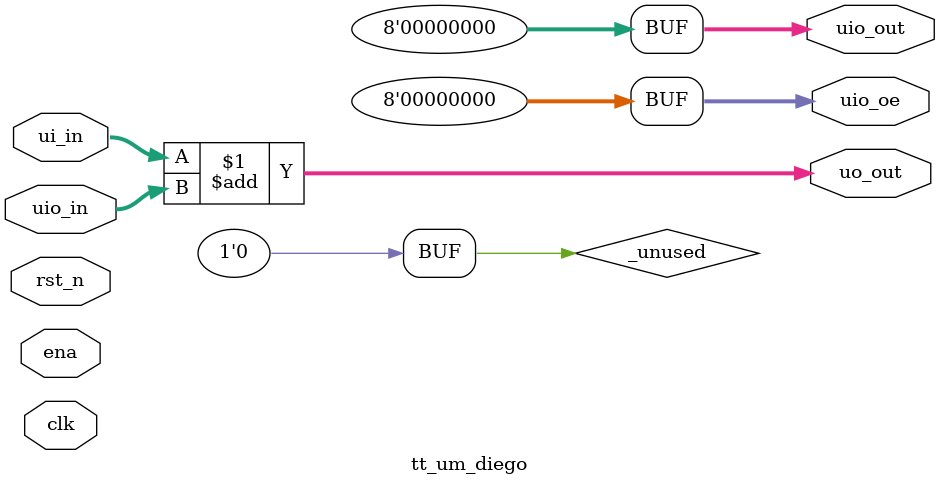
<source format=v>
/*
 * Copyright (c) 2024 Your Name
 * SPDX-License-Identifier: Apache-2.0
 */

`default_nettype none

module tt_um_diego (
    input  wire [7:0] ui_in,    // Dedicated inputs
    output wire [7:0] uo_out,   // Dedicated outputs
    input  wire [7:0] uio_in,   // IOs: Input path
    output wire [7:0] uio_out,  // IOs: Output path
    output wire [7:0] uio_oe,   // IOs: Enable path (active high: 0=input, 1=output)
    input  wire       ena,      // always 1 when the design is powered, so you can ignore it
    input  wire       clk,      // clock
    input  wire       rst_n     // reset_n - low to reset
);

  // All output pins must be assigned. If not used, assign to 0.
  assign uo_out  = ui_in + uio_in;  // Example: ou_out is the sum of ui_in and uio_in
  assign uio_out = 0;
  assign uio_oe  = 0;

  // List all unused inputs to prevent warnings
  wire _unused = &{ena, clk, rst_n, 1'b0};

endmodule

</source>
